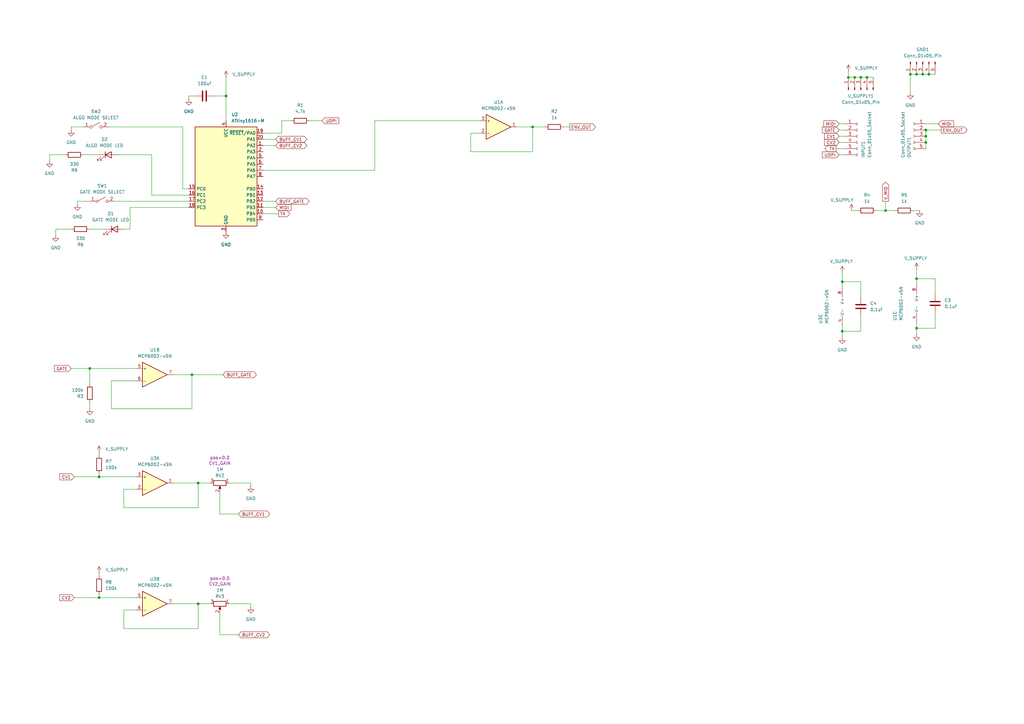
<source format=kicad_sch>
(kicad_sch (version 20231120) (generator "eeschema") (generator_version "8.0")
  (paper "A3")
  (lib_symbols
    (symbol "Amplifier_Operational:MCP6002-xSN" (pin_names (offset 0.127))
      (property "Reference" "U" (at 0 5.08 0))
      (property "Value" "MCP6002-xSN" (at 0 -5.08 0))
      (symbol "MCP6002-xSN_1_1"
        (polyline (pts (xy -5.08 5.08) (xy 5.08 0) (xy -5.08 -5.08) (xy -5.08 5.08)) (stroke (width 0.254)) (fill (type background)))
        (pin output line (at 7.62 0 180) (length 2.54) (name "~") (number "1"))
        (pin input line (at -7.62 -2.54 0) (length 2.54) (name "-") (number "2"))
        (pin input line (at -7.62 2.54 0) (length 2.54) (name "+") (number "3"))
      )
      (symbol "MCP6002-xSN_2_1"
        (polyline (pts (xy -5.08 5.08) (xy 5.08 0) (xy -5.08 -5.08) (xy -5.08 5.08)) (stroke (width 0.254)) (fill (type background)))
        (pin input line (at -7.62 2.54 0) (length 2.54) (name "+") (number "5"))
        (pin input line (at -7.62 -2.54 0) (length 2.54) (name "-") (number "6"))
        (pin output line (at 7.62 0 180) (length 2.54) (name "~") (number "7"))
      )
      (symbol "MCP6002-xSN_3_1"
        (pin power_in line (at -2.54 -7.62 90) (length 3.81) (name "V-") (number "4"))
        (pin power_in line (at -2.54 7.62 270) (length 3.81) (name "V+") (number "8"))
      )
    )
    (symbol "Connector:Conn_01x05_Pin" (pin_names (offset 1.016) hide)
      (property "Reference" "J" (at 0 7.62 0))
      (property "Value" "Conn_01x05_Pin" (at 0 -7.62 0))
      (symbol "Conn_01x05_Pin_1_1"
        (polyline (pts (xy 1.27 -5.08) (xy 0.8636 -5.08)) (stroke (width 0.1524)))
        (polyline (pts (xy 1.27 -2.54) (xy 0.8636 -2.54)) (stroke (width 0.1524)))
        (polyline (pts (xy 1.27 0) (xy 0.8636 0)) (stroke (width 0.1524)))
        (polyline (pts (xy 1.27 2.54) (xy 0.8636 2.54)) (stroke (width 0.1524)))
        (polyline (pts (xy 1.27 5.08) (xy 0.8636 5.08)) (stroke (width 0.1524)))
        (rectangle (start 0.8636 -4.953) (end 0 -5.207) (stroke (width 0.1524)) (fill (type outline)))
        (rectangle (start 0.8636 -2.413) (end 0 -2.667) (stroke (width 0.1524)) (fill (type outline)))
        (rectangle (start 0.8636 0.127) (end 0 -0.127) (stroke (width 0.1524)) (fill (type outline)))
        (rectangle (start 0.8636 2.667) (end 0 2.413) (stroke (width 0.1524)) (fill (type outline)))
        (rectangle (start 0.8636 5.207) (end 0 4.953) (stroke (width 0.1524)) (fill (type outline)))
        (pin passive line (at 5.08 5.08 180) (length 3.81) (name "Pin_1") (number "1"))
        (pin passive line (at 5.08 2.54 180) (length 3.81) (name "Pin_2") (number "2"))
        (pin passive line (at 5.08 0 180) (length 3.81) (name "Pin_3") (number "3"))
        (pin passive line (at 5.08 -2.54 180) (length 3.81) (name "Pin_4") (number "4"))
        (pin passive line (at 5.08 -5.08 180) (length 3.81) (name "Pin_5") (number "5"))
      )
    )
    (symbol "Connector:Conn_01x05_Socket" (pin_names (offset 1.016) hide)
      (property "Reference" "J" (at 0 7.62 0))
      (property "Value" "Conn_01x05_Socket" (at 0 -7.62 0))
      (symbol "Conn_01x05_Socket_1_1"
        (arc (start 0 -4.572) (mid -0.5058 -5.08) (end 0 -5.588) (stroke (width 0.1524)))
        (arc (start 0 -2.032) (mid -0.5058 -2.54) (end 0 -3.048) (stroke (width 0.1524)))
        (polyline (pts (xy -1.27 -5.08) (xy -0.508 -5.08)) (stroke (width 0.1524)))
        (polyline (pts (xy -1.27 -2.54) (xy -0.508 -2.54)) (stroke (width 0.1524)))
        (polyline (pts (xy -1.27 0) (xy -0.508 0)) (stroke (width 0.1524)))
        (polyline (pts (xy -1.27 2.54) (xy -0.508 2.54)) (stroke (width 0.1524)))
        (polyline (pts (xy -1.27 5.08) (xy -0.508 5.08)) (stroke (width 0.1524)))
        (arc (start 0 0.508) (mid -0.5058 0) (end 0 -0.508) (stroke (width 0.1524)))
        (arc (start 0 3.048) (mid -0.5058 2.54) (end 0 2.032) (stroke (width 0.1524)))
        (arc (start 0 5.588) (mid -0.5058 5.08) (end 0 4.572) (stroke (width 0.1524)))
        (pin passive line (at -5.08 5.08 0) (length 3.81) (name "Pin_1") (number "1"))
        (pin passive line (at -5.08 2.54 0) (length 3.81) (name "Pin_2") (number "2"))
        (pin passive line (at -5.08 0 0) (length 3.81) (name "Pin_3") (number "3"))
        (pin passive line (at -5.08 -2.54 0) (length 3.81) (name "Pin_4") (number "4"))
        (pin passive line (at -5.08 -5.08 0) (length 3.81) (name "Pin_5") (number "5"))
      )
    )
    (symbol "Connector:Conn_01x06_Socket" (pin_names (offset 1.016) hide)
      (property "Reference" "J" (at 0 7.62 0))
      (property "Value" "Conn_01x06_Socket" (at 0 -10.16 0))
      (symbol "Conn_01x06_Socket_1_1"
        (arc (start 0 -7.112) (mid -0.5058 -7.62) (end 0 -8.128) (stroke (width 0.1524)))
        (arc (start 0 -4.572) (mid -0.5058 -5.08) (end 0 -5.588) (stroke (width 0.1524)))
        (arc (start 0 -2.032) (mid -0.5058 -2.54) (end 0 -3.048) (stroke (width 0.1524)))
        (polyline (pts (xy -1.27 -7.62) (xy -0.508 -7.62)) (stroke (width 0.1524)))
        (polyline (pts (xy -1.27 -5.08) (xy -0.508 -5.08)) (stroke (width 0.1524)))
        (polyline (pts (xy -1.27 -2.54) (xy -0.508 -2.54)) (stroke (width 0.1524)))
        (polyline (pts (xy -1.27 0) (xy -0.508 0)) (stroke (width 0.1524)))
        (polyline (pts (xy -1.27 2.54) (xy -0.508 2.54)) (stroke (width 0.1524)))
        (polyline (pts (xy -1.27 5.08) (xy -0.508 5.08)) (stroke (width 0.1524)))
        (arc (start 0 0.508) (mid -0.5058 0) (end 0 -0.508) (stroke (width 0.1524)))
        (arc (start 0 3.048) (mid -0.5058 2.54) (end 0 2.032) (stroke (width 0.1524)))
        (arc (start 0 5.588) (mid -0.5058 5.08) (end 0 4.572) (stroke (width 0.1524)))
        (pin passive line (at -5.08 5.08 0) (length 3.81) (name "Pin_1") (number "1"))
        (pin passive line (at -5.08 2.54 0) (length 3.81) (name "Pin_2") (number "2"))
        (pin passive line (at -5.08 0 0) (length 3.81) (name "Pin_3") (number "3"))
        (pin passive line (at -5.08 -2.54 0) (length 3.81) (name "Pin_4") (number "4"))
        (pin passive line (at -5.08 -5.08 0) (length 3.81) (name "Pin_5") (number "5"))
        (pin passive line (at -5.08 -7.62 0) (length 3.81) (name "Pin_6") (number "6"))
      )
    )
    (symbol "Device:C" (pin_numbers hide) (pin_names (offset 0.254))
      (property "Reference" "C" (at 0.635 2.54 0))
      (property "Value" "C" (at 0.635 -2.54 0))
      (symbol "C_0_1"
        (polyline (pts (xy -2.032 -0.762) (xy 2.032 -0.762)) (stroke (width 0.508)))
        (polyline (pts (xy -2.032 0.762) (xy 2.032 0.762)) (stroke (width 0.508)))
      )
      (symbol "C_1_1"
        (pin passive line (at 0 3.81 270) (length 2.794) (name "~") (number "1"))
        (pin passive line (at 0 -3.81 90) (length 2.794) (name "~") (number "2"))
      )
    )
    (symbol "Device:LED" (pin_numbers hide) (pin_names (offset 1.016) hide)
      (property "Reference" "D" (at 0 2.54 0))
      (property "Value" "LED" (at 0 -2.54 0))
      (symbol "LED_0_1"
        (polyline (pts (xy -1.27 -1.27) (xy -1.27 1.27)) (stroke (width 0.254)))
        (polyline (pts (xy -1.27 0) (xy 1.27 0)))
        (polyline (pts (xy 1.27 -1.27) (xy 1.27 1.27) (xy -1.27 0) (xy 1.27 -1.27)) (stroke (width 0.254)))
        (polyline (pts (xy -3.048 -0.762) (xy -4.572 -2.286) (xy -3.81 -2.286) (xy -4.572 -2.286) (xy -4.572 -1.524)))
        (polyline (pts (xy -1.778 -0.762) (xy -3.302 -2.286) (xy -2.54 -2.286) (xy -3.302 -2.286) (xy -3.302 -1.524)))
      )
      (symbol "LED_1_1"
        (pin passive line (at -3.81 0 0) (length 2.54) (name "K") (number "1"))
        (pin passive line (at 3.81 0 180) (length 2.54) (name "A") (number "2"))
      )
    )
    (symbol "Device:R" (pin_numbers hide) (pin_names (offset 0))
      (property "Reference" "R" (at 2.032 0 90))
      (property "Value" "R" (at 0 0 90))
      (symbol "R_0_1"
        (rectangle (start -1.016 -2.54) (end 1.016 2.54) (stroke (width 0.254)))
      )
      (symbol "R_1_1"
        (pin passive line (at 0 3.81 270) (length 1.27) (name "~") (number "1"))
        (pin passive line (at 0 -3.81 90) (length 1.27) (name "~") (number "2"))
      )
    )
    (symbol "Device:R_Potentiometer" (pin_names (offset 1.016) hide)
      (property "Reference" "RV" (at -4.445 0 90))
      (property "Value" "R_Potentiometer" (at -2.54 0 90))
      (symbol "R_Potentiometer_0_1"
        (polyline (pts (xy 2.54 0) (xy 1.524 0)))
        (polyline (pts (xy 1.143 0) (xy 2.286 0.508) (xy 2.286 -0.508) (xy 1.143 0)) (fill (type outline)))
        (rectangle (start 1.016 2.54) (end -1.016 -2.54) (stroke (width 0.254)))
      )
      (symbol "R_Potentiometer_1_1"
        (pin passive line (at 0 3.81 270) (length 1.27) (name "1") (number "1"))
        (pin passive line (at 3.81 0 180) (length 1.27) (name "2") (number "2"))
        (pin passive line (at 0 -3.81 90) (length 1.27) (name "3") (number "3"))
      )
    )
    (symbol "MCU_Microchip_ATtiny:ATtiny1616-M"
      (property "Reference" "U" (at -12.7 21.59 0))
      (property "Value" "ATtiny1616-M" (at 2.54 -21.59 0))
      (symbol "ATtiny1616-M_0_1"
        (rectangle (start -12.7 -20.32) (end 12.7 20.32) (stroke (width 0.254)) (fill (type background)))
      )
      (symbol "ATtiny1616-M_1_1"
        (pin bidirectional line (at 15.24 12.7 180) (length 2.54) (name "PA2") (number "1"))
        (pin bidirectional line (at 15.24 -15.24 180) (length 2.54) (name "PB4") (number "10"))
        (pin bidirectional line (at 15.24 -12.7 180) (length 2.54) (name "PB3") (number "11"))
        (pin bidirectional line (at 15.24 -10.16 180) (length 2.54) (name "PB2") (number "12"))
        (pin bidirectional line (at 15.24 -7.62 180) (length 2.54) (name "PB1") (number "13"))
        (pin bidirectional line (at 15.24 -5.08 180) (length 2.54) (name "PB0") (number "14"))
        (pin bidirectional line (at -15.24 -5.08 0) (length 2.54) (name "PC0") (number "15"))
        (pin bidirectional line (at -15.24 -7.62 0) (length 2.54) (name "PC1") (number "16"))
        (pin bidirectional line (at -15.24 -10.16 0) (length 2.54) (name "PC2") (number "17"))
        (pin bidirectional line (at -15.24 -12.7 0) (length 2.54) (name "PC3") (number "18"))
        (pin bidirectional line (at 15.24 17.78 180) (length 2.54) (name "~{RESET}/PA0") (number "19"))
        (pin bidirectional line (at 15.24 10.16 180) (length 2.54) (name "PA3") (number "2"))
        (pin bidirectional line (at 15.24 15.24 180) (length 2.54) (name "PA1") (number "20"))
        (pin passive line (at 0 -22.86 90) (length 2.54) hide (name "GND") (number "21"))
        (pin power_in line (at 0 -22.86 90) (length 2.54) (name "GND") (number "3"))
        (pin power_in line (at 0 22.86 270) (length 2.54) (name "VCC") (number "4"))
        (pin bidirectional line (at 15.24 7.62 180) (length 2.54) (name "PA4") (number "5"))
        (pin bidirectional line (at 15.24 5.08 180) (length 2.54) (name "PA5") (number "6"))
        (pin bidirectional line (at 15.24 2.54 180) (length 2.54) (name "PA6") (number "7"))
        (pin bidirectional line (at 15.24 0 180) (length 2.54) (name "PA7") (number "8"))
        (pin bidirectional line (at 15.24 -17.78 180) (length 2.54) (name "PB5") (number "9"))
      )
    )
    (symbol "Switch:SW_SPST" (pin_names (offset 0) hide)
      (property "Reference" "SW" (at 0 3.175 0))
      (property "Value" "SW_SPST" (at 0 -2.54 0))
      (symbol "SW_SPST_0_0"
        (circle (center -2.032 0) (radius 0.508))
        (polyline (pts (xy -1.524 0.254) (xy 1.524 1.778)))
        (circle (center 2.032 0) (radius 0.508))
      )
      (symbol "SW_SPST_1_1"
        (pin passive line (at -5.08 0 0) (length 2.54) (name "A") (number "1"))
        (pin passive line (at 5.08 0 180) (length 2.54) (name "B") (number "2"))
      )
    )
    (symbol "power:+5V" (power) (pin_numbers hide) (pin_names (offset 0) hide)
      (property "Value" "+5V" (at 0 3.556 0))
      (symbol "+5V_0_1"
        (polyline (pts (xy -0.762 1.27) (xy 0 2.54)))
        (polyline (pts (xy 0 0) (xy 0 2.54)))
        (polyline (pts (xy 0 2.54) (xy 0.762 1.27)))
      )
      (symbol "+5V_1_1"
        (pin power_in line (at 0 0 90) (length 0) (name "~") (number "1"))
      )
    )
    (symbol "power:GND" (power) (pin_numbers hide) (pin_names (offset 0) hide)
      (property "Value" "GND" (at 0 -3.81 0))
      (symbol "GND_0_1"
        (polyline (pts (xy 0 0) (xy 0 -1.27) (xy 1.27 -1.27) (xy 0 -2.54) (xy -1.27 -1.27) (xy 0 -1.27)))
      )
      (symbol "GND_1_1"
        (pin power_in line (at 0 0 270) (length 0) (name "~") (number "1"))
      )
    )
  )
  (junction (at 350.52 31.75))
  (junction (at 379.73 53.34))
  (junction (at 81.28 198.12))
  (junction (at 379.73 55.88))
  (junction (at 345.44 115.57))
  (junction (at 375.92 30.48))
  (junction (at 375.92 114.3))
  (junction (at 347.98 31.75))
  (junction (at 355.6 31.75))
  (junction (at 381 30.48))
  (junction (at 36.83 151.13))
  (junction (at 363.22 86.36))
  (junction (at 78.74 153.67))
  (junction (at 379.73 58.42))
  (junction (at 378.46 30.48))
  (junction (at 375.92 134.62))
  (junction (at 81.28 247.65))
  (junction (at 40.64 195.58))
  (junction (at 218.44 52.07))
  (junction (at 353.06 31.75))
  (junction (at 345.44 135.89))
  (junction (at 40.64 245.11))
  (junction (at 373.38 30.48))
  (junction (at 92.71 39.37))
  (wire (pts (xy 78.74 153.67) (xy 91.44 153.67)))
  (wire (pts (xy 107.95 82.55) (xy 113.03 82.55)))
  (wire (pts (xy 40.64 63.5) (xy 34.29 63.5)))
  (wire (pts (xy 90.17 201.93) (xy 90.17 210.82)))
  (wire (pts (xy 81.28 198.12) (xy 86.36 198.12)))
  (wire (pts (xy 77.47 39.37) (xy 77.47 40.64)))
  (wire (pts (xy 344.17 50.8) (xy 346.71 50.8)))
  (wire (pts (xy 383.54 134.62) (xy 375.92 134.62)))
  (wire (pts (xy 375.92 110.49) (xy 375.92 114.3)))
  (wire (pts (xy 383.54 114.3) (xy 375.92 114.3)))
  (wire (pts (xy 50.8 250.19) (xy 55.88 250.19)))
  (wire (pts (xy 45.72 167.64) (xy 45.72 156.21)))
  (wire (pts (xy 40.64 245.11) (xy 55.88 245.11)))
  (wire (pts (xy 46.99 82.55) (xy 77.47 82.55)))
  (wire (pts (xy 193.04 54.61) (xy 196.85 54.61)))
  (wire (pts (xy 342.9 60.96) (xy 346.71 60.96)))
  (wire (pts (xy 62.23 63.5) (xy 62.23 80.01)))
  (wire (pts (xy 355.6 31.75) (xy 358.14 31.75)))
  (wire (pts (xy 26.67 63.5) (xy 20.32 63.5)))
  (wire (pts (xy 212.09 52.07) (xy 218.44 52.07)))
  (wire (pts (xy 353.06 129.54) (xy 353.06 135.89)))
  (wire (pts (xy 53.34 85.09) (xy 77.47 85.09)))
  (wire (pts (xy 50.8 93.98) (xy 53.34 93.98)))
  (wire (pts (xy 50.8 257.81) (xy 50.8 250.19)))
  (wire (pts (xy 74.93 52.07) (xy 74.93 77.47)))
  (wire (pts (xy 40.64 185.42) (xy 40.64 186.69)))
  (wire (pts (xy 115.57 49.53) (xy 115.57 54.61)))
  (wire (pts (xy 71.12 153.67) (xy 78.74 153.67)))
  (wire (pts (xy 347.98 31.75) (xy 350.52 31.75)))
  (wire (pts (xy 132.08 49.53) (xy 127 49.53)))
  (wire (pts (xy 102.87 199.39) (xy 102.87 198.12)))
  (wire (pts (xy 383.54 128.27) (xy 383.54 134.62)))
  (wire (pts (xy 90.17 210.82) (xy 97.79 210.82)))
  (wire (pts (xy 81.28 247.65) (xy 86.36 247.65)))
  (wire (pts (xy 36.83 151.13) (xy 36.83 157.48)))
  (wire (pts (xy 22.86 93.98) (xy 22.86 96.52)))
  (wire (pts (xy 218.44 52.07) (xy 223.52 52.07)))
  (wire (pts (xy 344.17 63.5) (xy 346.71 63.5)))
  (wire (pts (xy 115.57 54.61) (xy 107.95 54.61)))
  (wire (pts (xy 107.95 85.09) (xy 113.03 85.09)))
  (wire (pts (xy 20.32 63.5) (xy 20.32 66.04)))
  (wire (pts (xy 381 30.48) (xy 383.54 30.48)))
  (wire (pts (xy 345.44 111.76) (xy 345.44 115.57)))
  (wire (pts (xy 379.73 50.8) (xy 384.81 50.8)))
  (wire (pts (xy 48.26 63.5) (xy 62.23 63.5)))
  (wire (pts (xy 363.22 82.55) (xy 363.22 86.36)))
  (wire (pts (xy 363.22 86.36) (xy 367.03 86.36)))
  (wire (pts (xy 30.48 245.11) (xy 40.64 245.11)))
  (wire (pts (xy 353.06 135.89) (xy 345.44 135.89)))
  (wire (pts (xy 153.67 69.85) (xy 107.95 69.85)))
  (wire (pts (xy 34.29 52.07) (xy 29.21 52.07)))
  (wire (pts (xy 344.17 53.34) (xy 346.71 53.34)))
  (wire (pts (xy 43.18 93.98) (xy 36.83 93.98)))
  (wire (pts (xy 92.71 39.37) (xy 92.71 49.53)))
  (wire (pts (xy 353.06 31.75) (xy 355.6 31.75)))
  (wire (pts (xy 78.74 153.67) (xy 78.74 167.64)))
  (wire (pts (xy 107.95 57.15) (xy 113.03 57.15)))
  (wire (pts (xy 373.38 30.48) (xy 375.92 30.48)))
  (wire (pts (xy 231.14 52.07) (xy 233.68 52.07)))
  (wire (pts (xy 377.19 86.36) (xy 374.65 86.36)))
  (wire (pts (xy 90.17 260.35) (xy 97.79 260.35)))
  (wire (pts (xy 373.38 30.48) (xy 373.38 38.1)))
  (wire (pts (xy 349.25 86.36) (xy 351.79 86.36)))
  (wire (pts (xy 40.64 195.58) (xy 55.88 195.58)))
  (wire (pts (xy 379.73 58.42) (xy 379.73 60.96)))
  (wire (pts (xy 353.06 121.92) (xy 353.06 115.57)))
  (wire (pts (xy 347.98 31.75) (xy 347.98 29.21)))
  (wire (pts (xy 36.83 167.64) (xy 36.83 165.1)))
  (wire (pts (xy 81.28 198.12) (xy 81.28 208.28)))
  (wire (pts (xy 383.54 120.65) (xy 383.54 114.3)))
  (wire (pts (xy 102.87 248.92) (xy 102.87 247.65)))
  (wire (pts (xy 71.12 247.65) (xy 81.28 247.65)))
  (wire (pts (xy 375.92 134.62) (xy 375.92 132.08)))
  (wire (pts (xy 378.46 30.48) (xy 381 30.48)))
  (wire (pts (xy 71.12 198.12) (xy 81.28 198.12)))
  (wire (pts (xy 153.67 49.53) (xy 196.85 49.53)))
  (wire (pts (xy 93.98 247.65) (xy 102.87 247.65)))
  (wire (pts (xy 29.21 151.13) (xy 36.83 151.13)))
  (wire (pts (xy 375.92 137.16) (xy 375.92 134.62)))
  (wire (pts (xy 107.95 87.63) (xy 114.3 87.63)))
  (wire (pts (xy 29.21 52.07) (xy 29.21 53.34)))
  (wire (pts (xy 81.28 247.65) (xy 81.28 257.81)))
  (wire (pts (xy 50.8 208.28) (xy 50.8 200.66)))
  (wire (pts (xy 375.92 114.3) (xy 375.92 116.84)))
  (wire (pts (xy 92.71 31.75) (xy 92.71 39.37)))
  (wire (pts (xy 80.01 39.37) (xy 77.47 39.37)))
  (wire (pts (xy 87.63 39.37) (xy 92.71 39.37)))
  (wire (pts (xy 193.04 62.23) (xy 193.04 54.61)))
  (wire (pts (xy 36.83 151.13) (xy 55.88 151.13)))
  (wire (pts (xy 53.34 93.98) (xy 53.34 85.09)))
  (wire (pts (xy 353.06 115.57) (xy 345.44 115.57)))
  (wire (pts (xy 40.64 243.84) (xy 40.64 245.11)))
  (wire (pts (xy 74.93 77.47) (xy 77.47 77.47)))
  (wire (pts (xy 81.28 208.28) (xy 50.8 208.28)))
  (wire (pts (xy 345.44 135.89) (xy 345.44 133.35)))
  (wire (pts (xy 379.73 55.88) (xy 379.73 58.42)))
  (wire (pts (xy 350.52 31.75) (xy 353.06 31.75)))
  (wire (pts (xy 29.21 93.98) (xy 22.86 93.98)))
  (wire (pts (xy 40.64 194.31) (xy 40.64 195.58)))
  (wire (pts (xy 36.83 82.55) (xy 31.75 82.55)))
  (wire (pts (xy 359.41 86.36) (xy 363.22 86.36)))
  (wire (pts (xy 218.44 62.23) (xy 193.04 62.23)))
  (wire (pts (xy 50.8 200.66) (xy 55.88 200.66)))
  (wire (pts (xy 345.44 115.57) (xy 345.44 118.11)))
  (wire (pts (xy 62.23 80.01) (xy 77.47 80.01)))
  (wire (pts (xy 90.17 251.46) (xy 90.17 260.35)))
  (wire (pts (xy 78.74 167.64) (xy 45.72 167.64)))
  (wire (pts (xy 40.64 234.95) (xy 40.64 236.22)))
  (wire (pts (xy 218.44 52.07) (xy 218.44 62.23)))
  (wire (pts (xy 45.72 156.21) (xy 55.88 156.21)))
  (wire (pts (xy 344.17 58.42) (xy 346.71 58.42)))
  (wire (pts (xy 31.75 82.55) (xy 31.75 83.82)))
  (wire (pts (xy 30.48 195.58) (xy 40.64 195.58)))
  (wire (pts (xy 93.98 198.12) (xy 102.87 198.12)))
  (wire (pts (xy 379.73 53.34) (xy 386.08 53.34)))
  (wire (pts (xy 379.73 53.34) (xy 379.73 55.88)))
  (wire (pts (xy 344.17 55.88) (xy 346.71 55.88)))
  (wire (pts (xy 119.38 49.53) (xy 115.57 49.53)))
  (wire (pts (xy 107.95 59.69) (xy 113.03 59.69)))
  (wire (pts (xy 345.44 138.43) (xy 345.44 135.89)))
  (wire (pts (xy 81.28 257.81) (xy 50.8 257.81)))
  (wire (pts (xy 153.67 49.53) (xy 153.67 69.85)))
  (wire (pts (xy 375.92 30.48) (xy 378.46 30.48)))
  (wire (pts (xy 44.45 52.07) (xy 74.93 52.07)))
  (global_label "BUFF_GATE" (shape bidirectional) (at 113.03 82.55 0) (property "Intersheetrefs" "${INTERSHEET_REFS}" (effects (hide yes))))
  (global_label "CV1" (shape input) (at 344.17 55.88 180) (property "Intersheetrefs" "${INTERSHEET_REFS}" (effects (hide yes))))
  (global_label "BUFF_CV1" (shape bidirectional) (at 113.03 57.15 0) (property "Intersheetrefs" "${INTERSHEET_REFS}" (effects (hide yes))))
  (global_label "CV2" (shape input) (at 30.48 245.11 180) (property "Intersheetrefs" "${INTERSHEET_REFS}" (effects (hide yes))))
  (global_label "MIDI" (shape input) (at 344.17 50.8 180) (property "Intersheetrefs" "${INTERSHEET_REFS}" (effects (hide yes))))
  (global_label "BUFF_CV2" (shape bidirectional) (at 113.03 59.69 0) (property "Intersheetrefs" "${INTERSHEET_REFS}" (effects (hide yes))))
  (global_label "CV1" (shape input) (at 30.48 195.58 180) (property "Intersheetrefs" "${INTERSHEET_REFS}" (effects (hide yes))))
  (global_label "BUFF_CV2" (shape bidirectional) (at 97.79 260.35 0) (property "Intersheetrefs" "${INTERSHEET_REFS}" (effects (hide yes))))
  (global_label "MIDI" (shape input) (at 384.81 50.8 0) (property "Intersheetrefs" "${INTERSHEET_REFS}" (effects (hide yes))))
  (global_label "UDPI" (shape input) (at 344.17 63.5 180) (property "Intersheetrefs" "${INTERSHEET_REFS}" (effects (hide yes))))
  (global_label "ENV_OUT" (shape output) (at 233.68 52.07 0) (property "Intersheetrefs" "${INTERSHEET_REFS}" (effects (hide yes))))
  (global_label "ENV_OUT" (shape output) (at 386.08 53.34 0) (property "Intersheetrefs" "${INTERSHEET_REFS}" (effects (hide yes))))
  (global_label "MIDI" (shape input) (at 113.03 85.09 0) (property "Intersheetrefs" "${INTERSHEET_REFS}" (effects (hide yes))))
  (global_label "BUFF_GATE" (shape bidirectional) (at 91.44 153.67 0) (property "Intersheetrefs" "${INTERSHEET_REFS}" (effects (hide yes))))
  (global_label "BUFF_CV1" (shape bidirectional) (at 97.79 210.82 0) (property "Intersheetrefs" "${INTERSHEET_REFS}" (effects (hide yes))))
  (global_label "TX" (shape output) (at 114.3 87.63 0) (property "Intersheetrefs" "${INTERSHEET_REFS}" (effects (hide yes))))
  (global_label "UDPI" (shape input) (at 132.08 49.53 0) (property "Intersheetrefs" "${INTERSHEET_REFS}" (effects (hide yes))))
  (global_label "V_MID" (shape output) (at 363.22 82.55 90) (property "Intersheetrefs" "${INTERSHEET_REFS}" (effects (hide yes))))
  (global_label "GATE" (shape input) (at 29.21 151.13 180) (property "Intersheetrefs" "${INTERSHEET_REFS}" (effects (hide yes))))
  (global_label "GATE" (shape input) (at 344.17 53.34 180) (property "Intersheetrefs" "${INTERSHEET_REFS}" (effects (hide yes))))
  (global_label "TX" (shape output) (at 342.9 60.96 180) (property "Intersheetrefs" "${INTERSHEET_REFS}" (effects (hide yes))))
  (global_label "CV2" (shape input) (at 344.17 58.42 180) (property "Intersheetrefs" "${INTERSHEET_REFS}" (effects (hide yes))))
  (symbol (lib_id "Device:R_Potentiometer") (at 90.17 247.65 270) (unit 1)
    (property "Reference" "RV3" (at 90.17 244.602 90))
    (property "Value" "1M" (at 90.17 242.062 90))
    (property "Footprint" "BreadModular_Pots:Potentiometer_RV09" (effects (hide yes)))
    (property "Description" "Potentiometer" (effects (hide yes)))
    (property "Sim.Device" "R" (effects (hide yes)))
    (property "Sim.Type" "POT" (effects (hide yes)))
    (property "Sim.Pins" "1=r0 2=wiper 3=r1" (effects (hide yes)))
    (property "Sim.Params" "pos=0.0" (at 90.17 237.236 90))
    (property "Comment" "CV2_GAIN" (at 90.17 239.522 90))
  )
  (symbol (lib_id "power:GND") (at 102.87 199.39 0) (unit 1)
    (property "Reference" "#PWR015" (effects (hide yes)))
    (property "Value" "GND" (at 102.87 204.47 0))
    (property "Description" "Power symbol creates a global label with name \"GND\" , ground" (effects (hide yes)))
  )
  (symbol (lib_id "Device:R") (at 355.6 86.36 90) (unit 1)
    (property "Reference" "R4" (at 355.6 80.01 90))
    (property "Value" "1k" (at 355.6 82.55 90))
    (property "Footprint" "Resistor_SMD:R_0402_1005Metric" (effects (hide yes)))
    (property "Description" "Resistor" (effects (hide yes)))
  )
  (symbol (lib_id "Amplifier_Operational:MCP6002-xSN") (at 63.5 153.67 0) (unit 2)
    (property "Reference" "U1" (at 63.5 143.51 0))
    (property "Value" "MCP6002-xSN" (at 63.5 146.05 0))
    (property "Footprint" "Package_SO:SOIC-8-1EP_3.9x4.9mm_P1.27mm_EP2.29x3mm" (effects (hide yes)))
    (property "Datasheet" "http://ww1.microchip.com/downloads/en/DeviceDoc/21733j.pdf" (effects (hide yes)))
    (property "Description" "1MHz, Low-Power Op Amp, SOIC-8" (effects (hide yes)))
    (property "Sim.Library" "${KICAD8_SYMBOL_DIR}/Simulation_SPICE.sp" (effects (hide yes)))
    (property "Sim.Name" "kicad_builtin_opamp_dual" (effects (hide yes)))
    (property "Sim.Device" "SUBCKT" (effects (hide yes)))
    (property "Sim.Pins" "1=out1 2=in1- 3=in1+ 4=vee 5=in2+ 6=in2- 7=out2 8=vcc" (effects (hide yes)))
  )
  (symbol (lib_id "power:GND") (at 29.21 53.34 0) (unit 1)
    (property "Reference" "#PWR019" (effects (hide yes)))
    (property "Value" "GND" (at 29.21 58.42 0))
    (property "Description" "Power symbol creates a global label with name \"GND\" , ground" (effects (hide yes)))
  )
  (symbol (lib_id "power:GND") (at 31.75 83.82 0) (unit 1)
    (property "Reference" "#PWR05" (effects (hide yes)))
    (property "Value" "GND" (at 31.75 88.9 0))
    (property "Description" "Power symbol creates a global label with name \"GND\" , ground" (effects (hide yes)))
  )
  (symbol (lib_id "power:+5V") (at 345.44 111.76 0) (unit 1)
    (property "Reference" "#PWR011" (effects (hide yes)))
    (property "Value" "V_SUPPLY" (at 340.36 107.188 0) (effects (justify left)))
    (property "Description" "Power symbol creates a global label with name \"+5V\"" (effects (hide yes)))
  )
  (symbol (lib_id "Device:C") (at 353.06 125.73 0) (unit 1)
    (property "Reference" "C4" (at 356.87 124.4599 0) (effects (justify left)))
    (property "Value" "0.1uf" (at 356.87 126.9999 0) (effects (justify left)))
    (property "Footprint" "Capacitor_SMD:C_0402_1005Metric" (effects (hide yes)))
    (property "Description" "Unpolarized capacitor" (effects (hide yes)))
  )
  (symbol (lib_id "Connector:Conn_01x05_Pin") (at 353.06 36.83 90) (unit 1) (exclude_from_sim yes)
    (property "Reference" "V_SUPPLY1" (at 353.06 39.37 90))
    (property "Value" "Conn_01x05_Pin" (at 353.06 41.91 90))
    (property "Footprint" "BreadModular_MISC:Power_Connector" (effects (hide yes)))
    (property "Description" "Generic connector, single row, 01x05, script generated" (effects (hide yes)))
  )
  (symbol (lib_id "Device:R") (at 33.02 93.98 270) (unit 1)
    (property "Reference" "R6" (at 33.02 100.33 90))
    (property "Value" "330" (at 33.02 97.79 90))
    (property "Footprint" "Resistor_SMD:R_0402_1005Metric" (effects (hide yes)))
    (property "Description" "Resistor" (effects (hide yes)))
  )
  (symbol (lib_id "power:GND") (at 20.32 66.04 0) (unit 1)
    (property "Reference" "#PWR016" (effects (hide yes)))
    (property "Value" "GND" (at 20.32 71.12 0))
    (property "Description" "Power symbol creates a global label with name \"GND\" , ground" (effects (hide yes)))
  )
  (symbol (lib_id "power:+5V") (at 40.64 234.95 0) (unit 1)
    (property "Reference" "#PWR017" (effects (hide yes)))
    (property "Value" "V_SUPPLY" (at 43.18 233.6799 0) (effects (justify left)))
    (property "Description" "Power symbol creates a global label with name \"+5V\"" (effects (hide yes)))
  )
  (symbol (lib_id "Device:R") (at 40.64 240.03 0) (unit 1)
    (property "Reference" "R8" (at 43.18 238.7599 0) (effects (justify left)))
    (property "Value" "100k" (at 43.18 241.2999 0) (effects (justify left)))
    (property "Footprint" "Resistor_SMD:R_0402_1005Metric" (effects (hide yes)))
    (property "Description" "Resistor" (effects (hide yes)))
  )
  (symbol (lib_id "power:+5V") (at 347.98 29.21 0) (unit 1)
    (property "Reference" "#PWR01" (effects (hide yes)))
    (property "Value" "V_SUPPLY" (at 350.52 27.9399 0) (effects (justify left)))
    (property "Description" "Power symbol creates a global label with name \"+5V\"" (effects (hide yes)))
  )
  (symbol (lib_id "power:GND") (at 373.38 38.1 0) (unit 1)
    (property "Reference" "#PWR03" (effects (hide yes)))
    (property "Value" "GND" (at 373.38 43.18 0))
    (property "Description" "Power symbol creates a global label with name \"GND\" , ground" (effects (hide yes)))
  )
  (symbol (lib_id "Device:C") (at 83.82 39.37 90) (unit 1)
    (property "Reference" "C1" (at 83.82 31.75 90))
    (property "Value" "100uf" (at 83.82 34.29 90))
    (property "Footprint" "Capacitor_SMD:C_1206_3216Metric" (effects (hide yes)))
    (property "Description" "Unpolarized capacitor" (effects (hide yes)))
  )
  (symbol (lib_id "MCU_Microchip_ATtiny:ATtiny1616-M") (at 92.71 72.39 0) (unit 1)
    (property "Reference" "U2" (at 94.9041 46.99 0) (effects (justify left)))
    (property "Value" "ATtiny1616-M" (at 94.9041 49.53 0) (effects (justify left)))
    (property "Footprint" "Package_DFN_QFN:VQFN-20-1EP_3x3mm_P0.4mm_EP1.7x1.7mm" (effects (hide yes)))
    (property "Datasheet" "http://ww1.microchip.com/downloads/en/DeviceDoc/ATtiny3216_ATtiny1616-data-sheet-40001997B.pdf" (effects (hide yes)))
    (property "Description" "20MHz, 16kB Flash, 2kB SRAM, 256B EEPROM, VQFN-20" (effects (hide yes)))
  )
  (symbol (lib_id "Amplifier_Operational:MCP6002-xSN") (at 63.5 247.65 0) (unit 2)
    (property "Reference" "U3" (at 63.5 237.49 0))
    (property "Value" "MCP6002-xSN" (at 63.5 240.03 0))
    (property "Footprint" "Package_SO:SOIC-8-1EP_3.9x4.9mm_P1.27mm_EP2.29x3mm" (effects (hide yes)))
    (property "Datasheet" "http://ww1.microchip.com/downloads/en/DeviceDoc/21733j.pdf" (effects (hide yes)))
    (property "Description" "1MHz, Low-Power Op Amp, SOIC-8" (effects (hide yes)))
    (property "Sim.Library" "${KICAD8_SYMBOL_DIR}/Simulation_SPICE.sp" (effects (hide yes)))
    (property "Sim.Name" "kicad_builtin_opamp_dual" (effects (hide yes)))
    (property "Sim.Device" "SUBCKT" (effects (hide yes)))
    (property "Sim.Pins" "1=out1 2=in1- 3=in1+ 4=vee 5=in2+ 6=in2- 7=out2 8=vcc" (effects (hide yes)))
  )
  (symbol (lib_id "Device:R") (at 123.19 49.53 90) (unit 1)
    (property "Reference" "R1" (at 123.19 43.18 90))
    (property "Value" "4.7k" (at 123.19 45.72 90))
    (property "Footprint" "Resistor_SMD:R_0402_1005Metric" (effects (hide yes)))
    (property "Description" "Resistor" (effects (hide yes)))
  )
  (symbol (lib_id "power:GND") (at 92.71 95.25 0) (unit 1)
    (property "Reference" "#PWR08" (effects (hide yes)))
    (property "Value" "GND" (at 92.71 100.33 0))
    (property "Description" "Power symbol creates a global label with name \"GND\" , ground" (effects (hide yes)))
  )
  (symbol (lib_id "Switch:SW_SPST") (at 41.91 82.55 0) (unit 1)
    (property "Reference" "SW1" (at 41.91 76.2 0))
    (property "Value" "GATE MODE SELECT" (at 41.91 78.74 0))
    (property "Footprint" "BreadModular_MISC:SPST_TS-1187A-B-A-B" (effects (hide yes)))
    (property "Description" "Single Pole Single Throw (SPST) switch" (effects (hide yes)))
  )
  (symbol (lib_id "Device:LED") (at 46.99 93.98 0) (unit 1)
    (property "Reference" "D1" (at 45.4025 87.63 0))
    (property "Value" "GATE MODE LED" (at 45.4025 90.17 0))
    (property "Footprint" "LED_SMD:LED_0603_1608Metric" (effects (hide yes)))
    (property "Description" "Light emitting diode" (effects (hide yes)))
  )
  (symbol (lib_id "Device:R") (at 36.83 161.29 180) (unit 1)
    (property "Reference" "R3" (at 34.29 162.5601 0) (effects (justify left)))
    (property "Value" "100k" (at 34.29 160.0201 0) (effects (justify left)))
    (property "Footprint" "Resistor_SMD:R_0402_1005Metric" (effects (hide yes)))
    (property "Description" "Resistor" (effects (hide yes)))
  )
  (symbol (lib_id "Device:R_Potentiometer") (at 90.17 198.12 270) (unit 1)
    (property "Reference" "RV2" (at 90.17 195.072 90))
    (property "Value" "1M" (at 90.17 192.532 90))
    (property "Footprint" "BreadModular_Pots:Potentiometer_RV09" (effects (hide yes)))
    (property "Description" "Potentiometer" (effects (hide yes)))
    (property "Sim.Device" "R" (effects (hide yes)))
    (property "Sim.Type" "POT" (effects (hide yes)))
    (property "Sim.Pins" "1=r0 2=wiper 3=r1" (effects (hide yes)))
    (property "Sim.Params" "pos=0.0" (at 90.17 187.706 90))
    (property "Comment" "CV1_GAIN" (at 90.17 189.992 90))
  )
  (symbol (lib_id "power:GND") (at 22.86 96.52 0) (unit 1)
    (property "Reference" "#PWR09" (effects (hide yes)))
    (property "Value" "GND" (at 22.86 101.6 0))
    (property "Description" "Power symbol creates a global label with name \"GND\" , ground" (effects (hide yes)))
  )
  (symbol (lib_id "power:GND") (at 375.92 137.16 0) (unit 1)
    (property "Reference" "#PWR012" (effects (hide yes)))
    (property "Value" "GND" (at 375.92 142.24 0))
    (property "Description" "Power symbol creates a global label with name \"GND\" , ground" (effects (hide yes)))
  )
  (symbol (lib_id "power:GND") (at 77.47 40.64 0) (unit 1)
    (property "Reference" "#PWR04" (effects (hide yes)))
    (property "Value" "GND" (at 77.47 45.72 0))
    (property "Description" "Power symbol creates a global label with name \"GND\" , ground" (effects (hide yes)))
  )
  (symbol (lib_id "power:+5V") (at 375.92 110.49 0) (unit 1)
    (property "Reference" "#PWR010" (effects (hide yes)))
    (property "Value" "V_SUPPLY" (at 370.84 105.918 0) (effects (justify left)))
    (property "Description" "Power symbol creates a global label with name \"+5V\"" (effects (hide yes)))
  )
  (symbol (lib_id "Connector:Conn_01x05_Socket") (at 374.65 55.88 0) (mirror y) (unit 1) (exclude_from_sim yes)
    (property "Reference" "OUTPUT1" (at 372.872 64.77 90) (effects (justify left)))
    (property "Value" "Conn_01x05_Socket" (at 370.332 64.77 90) (effects (justify left)))
    (property "Footprint" "Connector_PinSocket_2.54mm:PinSocket_1x05_P2.54mm_Vertical" (effects (hide yes)))
    (property "Description" "Generic connector, single row, 01x05, script generated" (effects (hide yes)))
  )
  (symbol (lib_id "Device:R") (at 40.64 190.5 0) (unit 1)
    (property "Reference" "R7" (at 43.18 189.2299 0) (effects (justify left)))
    (property "Value" "100k" (at 43.18 191.7699 0) (effects (justify left)))
    (property "Footprint" "Resistor_SMD:R_0402_1005Metric" (effects (hide yes)))
    (property "Description" "Resistor" (effects (hide yes)))
  )
  (symbol (lib_id "Device:C") (at 383.54 124.46 0) (unit 1)
    (property "Reference" "C3" (at 387.35 123.1899 0) (effects (justify left)))
    (property "Value" "0.1uf" (at 387.35 125.7299 0) (effects (justify left)))
    (property "Footprint" "Capacitor_SMD:C_0402_1005Metric" (effects (hide yes)))
    (property "Description" "Unpolarized capacitor" (effects (hide yes)))
  )
  (symbol (lib_id "power:GND") (at 36.83 167.64 0) (unit 1)
    (property "Reference" "#PWR018" (effects (hide yes)))
    (property "Value" "GND" (at 36.83 172.72 0))
    (property "Description" "Power symbol creates a global label with name \"GND\" , ground" (effects (hide yes)))
  )
  (symbol (lib_id "Device:LED") (at 44.45 63.5 0) (unit 1)
    (property "Reference" "D2" (at 42.8625 57.15 0))
    (property "Value" "ALGO MODE LED" (at 42.8625 59.69 0))
    (property "Footprint" "LED_SMD:LED_0603_1608Metric" (effects (hide yes)))
    (property "Description" "Light emitting diode" (effects (hide yes)))
  )
  (symbol (lib_id "Amplifier_Operational:MCP6002-xSN") (at 63.5 198.12 0) (unit 1)
    (property "Reference" "U3" (at 63.5 187.96 0))
    (property "Value" "MCP6002-xSN" (at 63.5 190.5 0))
    (property "Footprint" "Package_SO:SOIC-8-1EP_3.9x4.9mm_P1.27mm_EP2.29x3mm" (effects (hide yes)))
    (property "Datasheet" "http://ww1.microchip.com/downloads/en/DeviceDoc/21733j.pdf" (effects (hide yes)))
    (property "Description" "1MHz, Low-Power Op Amp, SOIC-8" (effects (hide yes)))
    (property "Sim.Library" "${KICAD8_SYMBOL_DIR}/Simulation_SPICE.sp" (effects (hide yes)))
    (property "Sim.Name" "kicad_builtin_opamp_dual" (effects (hide yes)))
    (property "Sim.Device" "SUBCKT" (effects (hide yes)))
    (property "Sim.Pins" "1=out1 2=in1- 3=in1+ 4=vee 5=in2+ 6=in2- 7=out2 8=vcc" (effects (hide yes)))
  )
  (symbol (lib_id "Switch:SW_SPST") (at 39.37 52.07 0) (unit 1)
    (property "Reference" "SW2" (at 39.37 45.72 0))
    (property "Value" "ALGO MODE SELECT" (at 39.37 48.26 0))
    (property "Footprint" "BreadModular_MISC:SPST_TS-1187A-B-A-B" (effects (hide yes)))
    (property "Description" "Single Pole Single Throw (SPST) switch" (effects (hide yes)))
  )
  (symbol (lib_id "power:GND") (at 377.19 86.36 0) (unit 1)
    (property "Reference" "#PWR07" (effects (hide yes)))
    (property "Value" "GND" (at 377.19 91.44 0))
    (property "Description" "Power symbol creates a global label with name \"GND\" , ground" (effects (hide yes)))
  )
  (symbol (lib_id "power:GND") (at 102.87 248.92 0) (unit 1)
    (property "Reference" "#PWR020" (effects (hide yes)))
    (property "Value" "GND" (at 102.87 254 0))
    (property "Description" "Power symbol creates a global label with name \"GND\" , ground" (effects (hide yes)))
  )
  (symbol (lib_id "Amplifier_Operational:MCP6002-xSN") (at 347.98 125.73 0) (unit 3)
    (property "Reference" "U3" (at 336.55 132.842 90) (effects (justify left)))
    (property "Value" "MCP6002-xSN" (at 339.09 132.842 90) (effects (justify left)))
    (property "Footprint" "Package_SO:SOIC-8-1EP_3.9x4.9mm_P1.27mm_EP2.29x3mm" (effects (hide yes)))
    (property "Datasheet" "http://ww1.microchip.com/downloads/en/DeviceDoc/21733j.pdf" (effects (hide yes)))
    (property "Description" "1MHz, Low-Power Op Amp, SOIC-8" (effects (hide yes)))
    (property "Sim.Library" "${KICAD8_SYMBOL_DIR}/Simulation_SPICE.sp" (effects (hide yes)))
    (property "Sim.Name" "kicad_builtin_opamp_dual" (effects (hide yes)))
    (property "Sim.Device" "SUBCKT" (effects (hide yes)))
    (property "Sim.Pins" "1=out1 2=in1- 3=in1+ 4=vee 5=in2+ 6=in2- 7=out2 8=vcc" (effects (hide yes)))
  )
  (symbol (lib_id "Device:R") (at 227.33 52.07 90) (unit 1)
    (property "Reference" "R2" (at 227.33 45.72 90))
    (property "Value" "1k" (at 227.33 48.26 90))
    (property "Footprint" "Resistor_SMD:R_0402_1005Metric" (effects (hide yes)))
    (property "Description" "Resistor" (effects (hide yes)))
  )
  (symbol (lib_id "Device:R") (at 370.84 86.36 90) (unit 1)
    (property "Reference" "R5" (at 370.84 80.01 90))
    (property "Value" "1k" (at 370.84 82.55 90))
    (property "Footprint" "Resistor_SMD:R_0402_1005Metric" (effects (hide yes)))
    (property "Description" "Resistor" (effects (hide yes)))
  )
  (symbol (lib_id "Connector:Conn_01x06_Socket") (at 351.79 55.88 0) (unit 1)
    (property "Reference" "INPUT1" (at 354.076 64.77 90) (effects (justify left)))
    (property "Value" "Conn_01x05_Socket" (at 356.616 64.77 90) (effects (justify left)))
    (property "Footprint" "Connector_PinSocket_2.54mm:PinSocket_1x06_P2.54mm_Vertical" (effects (hide yes)))
    (property "Description" "Generic connector, single row, 01x06, script generated" (effects (hide yes)))
  )
  (symbol (lib_id "power:+5V") (at 92.71 31.75 0) (unit 1)
    (property "Reference" "#PWR02" (effects (hide yes)))
    (property "Value" "V_SUPPLY" (at 95.25 30.4799 0) (effects (justify left)))
    (property "Description" "Power symbol creates a global label with name \"+5V\"" (effects (hide yes)))
  )
  (symbol (lib_id "Device:R") (at 30.48 63.5 270) (unit 1)
    (property "Reference" "R9" (at 30.48 69.85 90))
    (property "Value" "330" (at 30.48 67.31 90))
    (property "Footprint" "Resistor_SMD:R_0402_1005Metric" (effects (hide yes)))
    (property "Description" "Resistor" (effects (hide yes)))
  )
  (symbol (lib_id "power:GND") (at 345.44 138.43 0) (unit 1)
    (property "Reference" "#PWR013" (effects (hide yes)))
    (property "Value" "GND" (at 345.44 143.51 0))
    (property "Description" "Power symbol creates a global label with name \"GND\" , ground" (effects (hide yes)))
  )
  (symbol (lib_id "power:+5V") (at 40.64 185.42 0) (unit 1)
    (property "Reference" "#PWR014" (effects (hide yes)))
    (property "Value" "V_SUPPLY" (at 43.18 184.1499 0) (effects (justify left)))
    (property "Description" "Power symbol creates a global label with name \"+5V\"" (effects (hide yes)))
  )
  (symbol (lib_id "Connector:Conn_01x05_Pin") (at 378.46 25.4 90) (mirror x) (unit 1) (exclude_from_sim yes)
    (property "Reference" "GND1" (at 378.46 20.32 90))
    (property "Value" "Conn_01x05_Pin" (at 378.46 22.86 90))
    (property "Footprint" "BreadModular_MISC:Power_Connector" (effects (hide yes)))
    (property "Description" "Generic connector, single row, 01x05, script generated" (effects (hide yes)))
  )
  (symbol (lib_id "power:+5V") (at 349.25 86.36 0) (unit 1)
    (property "Reference" "#PWR06" (effects (hide yes)))
    (property "Value" "V_SUPPLY" (at 340.614 82.042 0) (effects (justify left)))
    (property "Description" "Power symbol creates a global label with name \"+5V\"" (effects (hide yes)))
  )
  (symbol (lib_id "Amplifier_Operational:MCP6002-xSN") (at 378.46 124.46 0) (unit 3)
    (property "Reference" "U1" (at 367.03 131.572 90) (effects (justify left)))
    (property "Value" "MCP6002-xSN" (at 369.57 131.572 90) (effects (justify left)))
    (property "Footprint" "Package_SO:SOIC-8-1EP_3.9x4.9mm_P1.27mm_EP2.29x3mm" (effects (hide yes)))
    (property "Datasheet" "http://ww1.microchip.com/downloads/en/DeviceDoc/21733j.pdf" (effects (hide yes)))
    (property "Description" "1MHz, Low-Power Op Amp, SOIC-8" (effects (hide yes)))
    (property "Sim.Library" "${KICAD8_SYMBOL_DIR}/Simulation_SPICE.sp" (effects (hide yes)))
    (property "Sim.Name" "kicad_builtin_opamp_dual" (effects (hide yes)))
    (property "Sim.Device" "SUBCKT" (effects (hide yes)))
    (property "Sim.Pins" "1=out1 2=in1- 3=in1+ 4=vee 5=in2+ 6=in2- 7=out2 8=vcc" (effects (hide yes)))
  )
  (symbol (lib_id "Amplifier_Operational:MCP6002-xSN") (at 204.47 52.07 0) (unit 1)
    (property "Reference" "U1" (at 204.47 41.91 0))
    (property "Value" "MCP6002-xSN" (at 204.47 44.45 0))
    (property "Footprint" "Package_SO:SOIC-8-1EP_3.9x4.9mm_P1.27mm_EP2.29x3mm" (effects (hide yes)))
    (property "Datasheet" "http://ww1.microchip.com/downloads/en/DeviceDoc/21733j.pdf" (effects (hide yes)))
    (property "Description" "1MHz, Low-Power Op Amp, SOIC-8" (effects (hide yes)))
    (property "Sim.Library" "${KICAD8_SYMBOL_DIR}/Simulation_SPICE.sp" (effects (hide yes)))
    (property "Sim.Name" "kicad_builtin_opamp_dual" (effects (hide yes)))
    (property "Sim.Device" "SUBCKT" (effects (hide yes)))
    (property "Sim.Pins" "1=out1 2=in1- 3=in1+ 4=vee 5=in2+ 6=in2- 7=out2 8=vcc" (effects (hide yes)))
  )
)
</source>
